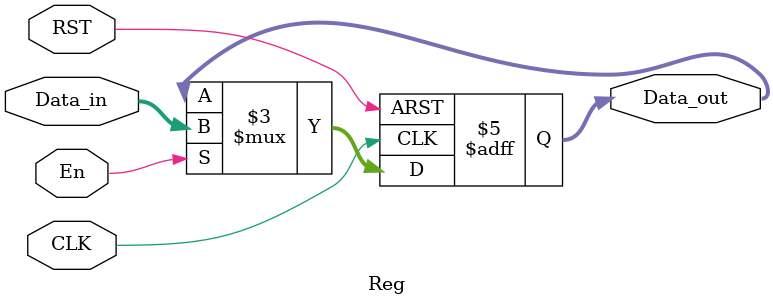
<source format=v>
`timescale 1ns / 1ps

module Reg (
    input wire CLK,              
    input wire RST,              
    input wire En,               
    input wire [7:0] Data_in,    
    output reg [7:0] Data_out    
);

    always @(posedge CLK or posedge RST) begin
        if (RST) begin
            Data_out <= 8'd0;
        end else begin
            if (En) begin
                Data_out <= Data_in;
            end else begin
                Data_out <= Data_out;
            end
        end
    end

endmodule

</source>
